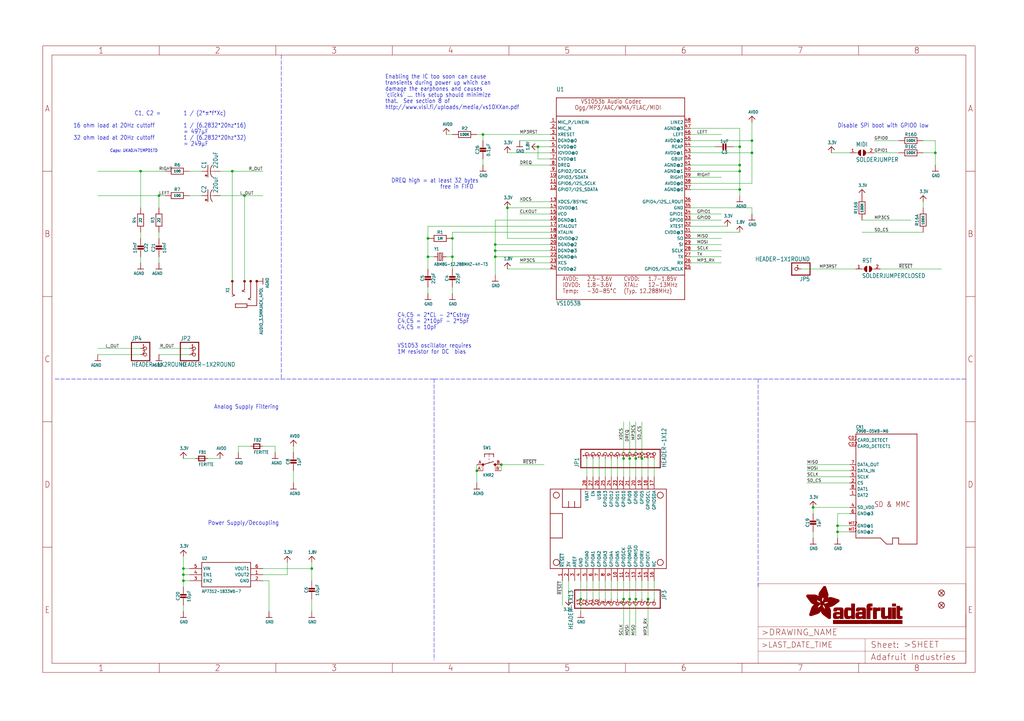
<source format=kicad_sch>
(kicad_sch (version 20211123) (generator eeschema)
  (paper "User" 425.45 299.593)
  (lib_symbols
    (symbol "Adafruit VS1053 Headphone FeatherWing-eagle-import:1.8V" (power)
      (property "Value" "1.8V" (at -1.524 1.016 0))
      (symbol "1.8V_1_0"
        (pin power_in line (at 0 -2.54 90) (length 2.54) (name "1.8V") (number "1"))
      )
    )
    (symbol "Adafruit VS1053 Headphone FeatherWing-eagle-import:3.3V" (power)
      (property "Value" "3.3V" (at -1.524 1.016 0))
      (symbol "3.3V_1_0"
        (pin power_in line (at 0 -2.54 90) (length 2.54) (name "3.3V") (number "1"))
      )
    )
    (symbol "Adafruit VS1053 Headphone FeatherWing-eagle-import:AGND" (power)
      (property "Value" "AGND" (at -1.524 -2.54 0))
      (symbol "AGND_1_0"
        (pin power_in line (at 0 2.54 270) (length 2.54) (name "AGND") (number "1"))
      )
    )
    (symbol "Adafruit VS1053 Headphone FeatherWing-eagle-import:AUDIO_3.5MMJACK_4POL"
      (property "Reference" "X" (at 2.54 6.35 0))
      (property "Value" "AUDIO_3.5MMJACK_4POL" (at 2.54 -7.62 0))
      (symbol "AUDIO_3.5MMJACK_4POL_1_0"
        (pin passive line (at 5.08 -5.08 180) (length 0) (name "TIP") (number "1-GND"))
        (pin passive line (at 5.08 0 180) (length 0) (name "RING3") (number "2-TIP"))
        (pin passive line (at 5.08 5.08 180) (length 0) (name "RING2") (number "3-OUTER_SLEEVE"))
        (pin passive line (at 5.08 -2.54 180) (length 0) (name "RING1") (number "4-INNER_SLEEVE"))
      )
    )
    (symbol "Adafruit VS1053 Headphone FeatherWing-eagle-import:AVDD" (power)
      (property "Value" "AVDD" (at -1.524 1.016 0))
      (symbol "AVDD_1_0"
        (pin power_in line (at 0 -2.54 90) (length 2.54) (name "AVDD") (number "1"))
      )
    )
    (symbol "Adafruit VS1053 Headphone FeatherWing-eagle-import:CAP_CERAMIC0603_NO"
      (property "Reference" "C" (at -2.29 1.25 90))
      (property "Value" "CAP_CERAMIC0603_NO" (at 2.3 1.25 90))
      (symbol "CAP_CERAMIC0603_NO_1_0"
        (pin passive line (at 0 5.08 270) (length 2.54) (name "1") (number "1"))
        (pin passive line (at 0 -2.54 90) (length 2.54) (name "2") (number "2"))
      )
    )
    (symbol "Adafruit VS1053 Headphone FeatherWing-eagle-import:CAP_CERAMIC0805-NOOUTLINE"
      (property "Reference" "C" (at -2.29 1.25 90))
      (property "Value" "CAP_CERAMIC0805-NOOUTLINE" (at 2.3 1.25 90))
      (symbol "CAP_CERAMIC0805-NOOUTLINE_1_0"
        (pin passive line (at 0 5.08 270) (length 2.54) (name "1") (number "1"))
        (pin passive line (at 0 -2.54 90) (length 2.54) (name "2") (number "2"))
      )
    )
    (symbol "Adafruit VS1053 Headphone FeatherWing-eagle-import:CAP_CERAMIC_0805MP"
      (property "Reference" "C" (at -2.29 1.25 90))
      (property "Value" "CAP_CERAMIC_0805MP" (at 2.3 1.25 90))
      (symbol "CAP_CERAMIC_0805MP_1_0"
        (pin passive line (at 0 5.08 270) (length 2.54) (name "1") (number "1"))
        (pin passive line (at 0 -2.54 90) (length 2.54) (name "2") (number "2"))
      )
    )
    (symbol "Adafruit VS1053 Headphone FeatherWing-eagle-import:CPOL-USC"
      (property "Reference" "C" (at 1.016 0.635 0))
      (property "Value" "CPOL-USC" (at 1.016 -4.191 0))
      (symbol "CPOL-USC_1_0"
        (pin passive line (at 0 2.54 270) (length 2.54) (name "+") (number "+"))
        (pin passive line (at 0 -5.08 90) (length 2.54) (name "-") (number "-"))
      )
    )
    (symbol "Adafruit VS1053 Headphone FeatherWing-eagle-import:CRYSTAL3.2X2.5"
      (property "Reference" "Y" (at -2.54 2.54 0))
      (property "Value" "CRYSTAL3.2X2.5" (at -2.54 -3.81 0))
      (symbol "CRYSTAL3.2X2.5_1_0"
        (pin passive line (at -2.54 0 0) (length 0) (name "1") (number "1"))
        (pin passive line (at 2.54 0 180) (length 0) (name "2") (number "2"))
      )
    )
    (symbol "Adafruit VS1053 Headphone FeatherWing-eagle-import:FEATHERWING_NODIM"
      (symbol "FEATHERWING_NODIM_1_0"
        (pin input line (at 5.08 -5.08 90) (length 5.08) (name "~{RESET}") (number "1"))
        (pin bidirectional line (at 27.94 -5.08 90) (length 5.08) (name "GPIOA5") (number "10"))
        (pin bidirectional line (at 30.48 -5.08 90) (length 5.08) (name "GPIOSCK") (number "11"))
        (pin bidirectional line (at 33.02 -5.08 90) (length 5.08) (name "GPIOMOSI") (number "12"))
        (pin bidirectional line (at 35.56 -5.08 90) (length 5.08) (name "GPIOMISO") (number "13"))
        (pin bidirectional line (at 38.1 -5.08 90) (length 5.08) (name "GPIORX") (number "14"))
        (pin bidirectional line (at 40.64 -5.08 90) (length 5.08) (name "GPIOTX") (number "15"))
        (pin passive line (at 43.18 -5.08 90) (length 5.08) (name "NC") (number "16"))
        (pin bidirectional line (at 43.18 38.1 270) (length 5.08) (name "GPIOSDA") (number "17"))
        (pin bidirectional line (at 40.64 38.1 270) (length 5.08) (name "GPIOSCL") (number "18"))
        (pin bidirectional line (at 38.1 38.1 270) (length 5.08) (name "GPIO5") (number "19"))
        (pin power_in line (at 7.62 -5.08 90) (length 5.08) (name "3V") (number "2"))
        (pin bidirectional line (at 35.56 38.1 270) (length 5.08) (name "GPIO6") (number "20"))
        (pin bidirectional line (at 33.02 38.1 270) (length 5.08) (name "GPIO9") (number "21"))
        (pin bidirectional line (at 30.48 38.1 270) (length 5.08) (name "GPIO10") (number "22"))
        (pin bidirectional line (at 27.94 38.1 270) (length 5.08) (name "GPIO11") (number "23"))
        (pin bidirectional line (at 25.4 38.1 270) (length 5.08) (name "GPIO12") (number "24"))
        (pin bidirectional line (at 22.86 38.1 270) (length 5.08) (name "GPIO13") (number "25"))
        (pin power_in line (at 20.32 38.1 270) (length 5.08) (name "USB") (number "26"))
        (pin passive line (at 17.78 38.1 270) (length 5.08) (name "EN") (number "27"))
        (pin power_in line (at 15.24 38.1 270) (length 5.08) (name "VBAT") (number "28"))
        (pin passive line (at 10.16 -5.08 90) (length 5.08) (name "AREF") (number "3"))
        (pin power_in line (at 12.7 -5.08 90) (length 5.08) (name "GND") (number "4"))
        (pin bidirectional line (at 15.24 -5.08 90) (length 5.08) (name "GPIOA0") (number "5"))
        (pin bidirectional line (at 17.78 -5.08 90) (length 5.08) (name "GPIOA1") (number "6"))
        (pin bidirectional line (at 20.32 -5.08 90) (length 5.08) (name "GPIOA2") (number "7"))
        (pin bidirectional line (at 22.86 -5.08 90) (length 5.08) (name "GPIOA3") (number "8"))
        (pin bidirectional line (at 25.4 -5.08 90) (length 5.08) (name "GPIOA4") (number "9"))
      )
    )
    (symbol "Adafruit VS1053 Headphone FeatherWing-eagle-import:FERRITE-0805NO"
      (property "Reference" "FB" (at -1.27 1.905 0))
      (property "Value" "FERRITE-0805NO" (at -1.27 -3.175 0))
      (symbol "FERRITE-0805NO_1_0"
        (pin passive line (at -2.54 0 0) (length 2.54) (name "P$1") (number "1"))
        (pin passive line (at 2.54 0 180) (length 2.54) (name "P$2") (number "2"))
      )
    )
    (symbol "Adafruit VS1053 Headphone FeatherWing-eagle-import:FIDUCIAL{dblquote}{dblquote}")
    (symbol "Adafruit VS1053 Headphone FeatherWing-eagle-import:FRAME_A3_ADAFRUIT"
      (symbol "FRAME_A3_ADAFRUIT_0_0"
        (text "1" (at 24.2094 1.905 0) (effects (font (size 2.54 2.286))))
        (text "1" (at 24.2094 258.445 0) (effects (font (size 2.54 2.286))))
        (text "2" (at 72.6281 1.905 0) (effects (font (size 2.54 2.286))))
        (text "2" (at 72.6281 258.445 0) (effects (font (size 2.54 2.286))))
        (text "3" (at 121.0469 1.905 0) (effects (font (size 2.54 2.286))))
        (text "3" (at 121.0469 258.445 0) (effects (font (size 2.54 2.286))))
        (text "4" (at 169.4656 1.905 0) (effects (font (size 2.54 2.286))))
        (text "4" (at 169.4656 258.445 0) (effects (font (size 2.54 2.286))))
        (text "5" (at 217.8844 1.905 0) (effects (font (size 2.54 2.286))))
        (text "5" (at 217.8844 258.445 0) (effects (font (size 2.54 2.286))))
        (text "6" (at 266.3031 1.905 0) (effects (font (size 2.54 2.286))))
        (text "6" (at 266.3031 258.445 0) (effects (font (size 2.54 2.286))))
        (text "7" (at 314.7219 1.905 0) (effects (font (size 2.54 2.286))))
        (text "7" (at 314.7219 258.445 0) (effects (font (size 2.54 2.286))))
        (text "8" (at 363.1406 1.905 0) (effects (font (size 2.54 2.286))))
        (text "8" (at 363.1406 258.445 0) (effects (font (size 2.54 2.286))))
        (text "A" (at 1.905 234.315 0) (effects (font (size 2.54 2.286))))
        (text "A" (at 385.445 234.315 0) (effects (font (size 2.54 2.286))))
        (text "B" (at 1.905 182.245 0) (effects (font (size 2.54 2.286))))
        (text "B" (at 385.445 182.245 0) (effects (font (size 2.54 2.286))))
        (text "C" (at 1.905 130.175 0) (effects (font (size 2.54 2.286))))
        (text "C" (at 385.445 130.175 0) (effects (font (size 2.54 2.286))))
        (text "D" (at 1.905 78.105 0) (effects (font (size 2.54 2.286))))
        (text "D" (at 385.445 78.105 0) (effects (font (size 2.54 2.286))))
        (text "E" (at 1.905 26.035 0) (effects (font (size 2.54 2.286))))
        (text "E" (at 385.445 26.035 0) (effects (font (size 2.54 2.286))))
      )
      (symbol "FRAME_A3_ADAFRUIT_1_0"
        (text ">DRAWING_NAME" (at 298.45 15.24 0) (effects (font (size 2.54 2.54)) (justify left bottom)))
        (text ">LAST_DATE_TIME" (at 298.45 10.16 0) (effects (font (size 2.286 2.286)) (justify left bottom)))
        (text ">SHEET" (at 357.505 10.16 0) (effects (font (size 2.54 2.54)) (justify left bottom)))
        (text "Adafruit Industries" (at 343.916 4.953 0) (effects (font (size 2.54 2.54)) (justify left bottom)))
        (text "Sheet:" (at 343.916 10.033 0) (effects (font (size 2.54 2.54)) (justify left bottom)))
      )
    )
    (symbol "Adafruit VS1053 Headphone FeatherWing-eagle-import:GND" (power)
      (property "Value" "GND" (at -1.524 -2.54 0))
      (symbol "GND_1_0"
        (pin power_in line (at 0 2.54 270) (length 2.54) (name "GND") (number "1"))
      )
    )
    (symbol "Adafruit VS1053 Headphone FeatherWing-eagle-import:HEADER-1X12"
      (property "Reference" "JP" (at -6.35 18.415 0))
      (property "Value" "HEADER-1X12" (at -6.35 -17.78 0))
      (symbol "HEADER-1X12_1_0"
        (pin passive inverted (at -2.54 15.24 0) (length 2.54) (name "1") (number "1"))
        (pin passive inverted (at -2.54 -7.62 0) (length 2.54) (name "10") (number "10"))
        (pin passive inverted (at -2.54 -10.16 0) (length 2.54) (name "11") (number "11"))
        (pin passive inverted (at -2.54 -12.7 0) (length 2.54) (name "12") (number "12"))
        (pin passive inverted (at -2.54 12.7 0) (length 2.54) (name "2") (number "2"))
        (pin passive inverted (at -2.54 10.16 0) (length 2.54) (name "3") (number "3"))
        (pin passive inverted (at -2.54 7.62 0) (length 2.54) (name "4") (number "4"))
        (pin passive inverted (at -2.54 5.08 0) (length 2.54) (name "5") (number "5"))
        (pin passive inverted (at -2.54 2.54 0) (length 2.54) (name "6") (number "6"))
        (pin passive inverted (at -2.54 0 0) (length 2.54) (name "7") (number "7"))
        (pin passive inverted (at -2.54 -2.54 0) (length 2.54) (name "8") (number "8"))
        (pin passive inverted (at -2.54 -5.08 0) (length 2.54) (name "9") (number "9"))
      )
    )
    (symbol "Adafruit VS1053 Headphone FeatherWing-eagle-import:HEADER-1X13"
      (property "Reference" "JP" (at -6.35 18.415 0))
      (property "Value" "HEADER-1X13" (at -6.35 -20.32 0))
      (symbol "HEADER-1X13_1_0"
        (pin passive inverted (at -2.54 15.24 0) (length 2.54) (name "1") (number "1"))
        (pin passive inverted (at -2.54 -7.62 0) (length 2.54) (name "10") (number "10"))
        (pin passive inverted (at -2.54 -10.16 0) (length 2.54) (name "11") (number "11"))
        (pin passive inverted (at -2.54 -12.7 0) (length 2.54) (name "12") (number "12"))
        (pin passive inverted (at -2.54 -15.24 0) (length 2.54) (name "13") (number "13"))
        (pin passive inverted (at -2.54 12.7 0) (length 2.54) (name "2") (number "2"))
        (pin passive inverted (at -2.54 10.16 0) (length 2.54) (name "3") (number "3"))
        (pin passive inverted (at -2.54 7.62 0) (length 2.54) (name "4") (number "4"))
        (pin passive inverted (at -2.54 5.08 0) (length 2.54) (name "5") (number "5"))
        (pin passive inverted (at -2.54 2.54 0) (length 2.54) (name "6") (number "6"))
        (pin passive inverted (at -2.54 0 0) (length 2.54) (name "7") (number "7"))
        (pin passive inverted (at -2.54 -2.54 0) (length 2.54) (name "8") (number "8"))
        (pin passive inverted (at -2.54 -5.08 0) (length 2.54) (name "9") (number "9"))
      )
    )
    (symbol "Adafruit VS1053 Headphone FeatherWing-eagle-import:HEADER-1X1ROUND"
      (property "Reference" "JP" (at -6.35 3.175 0))
      (property "Value" "HEADER-1X1ROUND" (at -6.35 -5.08 0))
      (symbol "HEADER-1X1ROUND_1_0"
        (pin passive inverted (at -2.54 0 0) (length 2.54) (name "1") (number "1"))
      )
    )
    (symbol "Adafruit VS1053 Headphone FeatherWing-eagle-import:HEADER-1X2ROUND"
      (property "Reference" "JP" (at -6.35 5.715 0))
      (property "Value" "HEADER-1X2ROUND" (at -6.35 -5.08 0))
      (symbol "HEADER-1X2ROUND_1_0"
        (pin passive inverted (at -2.54 2.54 0) (length 2.54) (name "1") (number "1"))
        (pin passive inverted (at -2.54 0 0) (length 2.54) (name "2") (number "2"))
      )
    )
    (symbol "Adafruit VS1053 Headphone FeatherWing-eagle-import:MICROSD"
      (property "Reference" "X" (at -12.7 22.606 0))
      (property "Value" "MICROSD" (at -12.7 20.828 0))
      (symbol "MICROSD_1_0"
        (text "SD & MMC" (at -5.08 -10.16 0) (effects (font (size 2.1844 1.8567)) (justify left bottom)))
        (pin bidirectional line (at -15.24 -5.08 0) (length 2.54) (name "DAT2") (number "1"))
        (pin input line (at -15.24 0 0) (length 2.54) (name "CS") (number "2"))
        (pin input line (at -15.24 5.08 0) (length 2.54) (name "DATA_IN") (number "3"))
        (pin power_in line (at -15.24 -10.16 0) (length 2.54) (name "SD_VDD") (number "4"))
        (pin input line (at -15.24 2.54 0) (length 2.54) (name "SCLK") (number "5"))
        (pin power_in line (at -15.24 -12.7 0) (length 2.54) (name "GND@3") (number "6"))
        (pin output line (at -15.24 7.62 0) (length 2.54) (name "DATA_OUT") (number "7"))
        (pin bidirectional line (at -15.24 -2.54 0) (length 2.54) (name "DAT1") (number "8"))
        (pin passive line (at -15.24 17.78 0) (length 2.54) (name "CARD_DETECT") (number "CD1"))
        (pin passive line (at -15.24 15.24 0) (length 2.54) (name "CARD_DETECT1") (number "CD2"))
        (pin power_in line (at -15.24 -20.32 0) (length 2.54) (name "GND@2") (number "MT1"))
        (pin power_in line (at -15.24 -17.78 0) (length 2.54) (name "GND@1") (number "MT2"))
      )
    )
    (symbol "Adafruit VS1053 Headphone FeatherWing-eagle-import:RESISTOR_0603_NOOUT"
      (property "Reference" "R" (at 0 2.54 0))
      (property "Value" "RESISTOR_0603_NOOUT" (at 0 0 0))
      (symbol "RESISTOR_0603_NOOUT_1_0"
        (pin passive line (at -5.08 0 0) (length 2.54) (name "1") (number "1"))
        (pin passive line (at 5.08 0 180) (length 2.54) (name "2") (number "2"))
      )
    )
    (symbol "Adafruit VS1053 Headphone FeatherWing-eagle-import:RESISTOR_4PACK"
      (property "Reference" "R" (at 0 2.54 0))
      (property "Value" "RESISTOR_4PACK" (at 0 0 0))
      (symbol "RESISTOR_4PACK_1_0"
        (pin passive line (at -5.08 0 0) (length 2.54) (name "1") (number "1"))
        (pin passive line (at 5.08 0 180) (length 2.54) (name "2") (number "8"))
      )
      (symbol "RESISTOR_4PACK_2_0"
        (pin passive line (at -5.08 0 0) (length 2.54) (name "1") (number "2"))
        (pin passive line (at 5.08 0 180) (length 2.54) (name "2") (number "7"))
      )
      (symbol "RESISTOR_4PACK_3_0"
        (pin passive line (at -5.08 0 0) (length 2.54) (name "1") (number "3"))
        (pin passive line (at 5.08 0 180) (length 2.54) (name "2") (number "6"))
      )
      (symbol "RESISTOR_4PACK_4_0"
        (pin passive line (at -5.08 0 0) (length 2.54) (name "1") (number "4"))
        (pin passive line (at 5.08 0 180) (length 2.54) (name "2") (number "5"))
      )
    )
    (symbol "Adafruit VS1053 Headphone FeatherWing-eagle-import:SOLDERJUMPER"
      (property "Reference" "SJ" (at -2.54 2.54 0))
      (property "Value" "SOLDERJUMPER" (at -2.54 -3.81 0))
      (symbol "SOLDERJUMPER_1_0"
        (pin passive line (at -5.08 0 0) (length 2.54) (name "1") (number "1"))
        (pin passive line (at 5.08 0 180) (length 2.54) (name "2") (number "2"))
      )
    )
    (symbol "Adafruit VS1053 Headphone FeatherWing-eagle-import:SOLDERJUMPERCLOSED"
      (property "Reference" "SJ" (at -2.54 2.54 0))
      (property "Value" "SOLDERJUMPERCLOSED" (at -2.54 -3.81 0))
      (symbol "SOLDERJUMPERCLOSED_1_0"
        (pin passive line (at -5.08 0 0) (length 2.54) (name "1") (number "1"))
        (pin passive line (at 5.08 0 180) (length 2.54) (name "2") (number "2"))
      )
    )
    (symbol "Adafruit VS1053 Headphone FeatherWing-eagle-import:SWITCH_TACT_SMT4.6X2.8"
      (property "Reference" "SW" (at -2.54 6.35 0))
      (property "Value" "SWITCH_TACT_SMT4.6X2.8" (at -2.54 -5.08 0))
      (symbol "SWITCH_TACT_SMT4.6X2.8_1_0"
        (pin passive line (at -5.08 0 0) (length 2.54) (name "P") (number "A"))
        (pin passive line (at -5.08 -2.54 0) (length 2.54) (name "P1") (number "A'"))
        (pin passive line (at 5.08 0 180) (length 2.54) (name "S") (number "B"))
        (pin passive line (at 5.08 -2.54 180) (length 2.54) (name "S1") (number "B'"))
      )
    )
    (symbol "Adafruit VS1053 Headphone FeatherWing-eagle-import:VREG_SOT23-6_DUALAP7312"
      (property "Reference" "U" (at -10.16 6.096 0))
      (property "Value" "VREG_SOT23-6_DUALAP7312" (at -10.16 -7.62 0))
      (symbol "VREG_SOT23-6_DUALAP7312_1_0"
        (pin bidirectional line (at 15.24 0 180) (length 5.08) (name "VOUT2") (number "1"))
        (pin bidirectional line (at 15.24 -2.54 180) (length 5.08) (name "GND") (number "2"))
        (pin bidirectional line (at -15.24 -2.54 0) (length 5.08) (name "EN2") (number "3"))
        (pin bidirectional line (at -15.24 0 0) (length 5.08) (name "EN1") (number "4"))
        (pin bidirectional line (at -15.24 2.54 0) (length 5.08) (name "VIN") (number "5"))
        (pin bidirectional line (at 15.24 2.54 180) (length 5.08) (name "VOUT1") (number "6"))
      )
    )
    (symbol "Adafruit VS1053 Headphone FeatherWing-eagle-import:VS1053B"
      (property "Reference" "U" (at -25.4 43.18 0))
      (property "Value" "VS1053B" (at -25.4 -45.72 0))
      (symbol "VS1053B_1_0"
        (text "(Typ. 12.288MHz)" (at 2.54 -40.64 0) (effects (font (size 1.778 1.5113)) (justify left bottom)))
        (text "-30-85°C" (at -12.7 -40.64 0) (effects (font (size 1.778 1.5113)) (justify left bottom)))
        (text "1.7-1.85V" (at 12.7 -35.56 0) (effects (font (size 1.778 1.5113)) (justify left bottom)))
        (text "1.8-3.6V" (at -12.7 -38.1 0) (effects (font (size 1.778 1.5113)) (justify left bottom)))
        (text "12-13MHz" (at 12.7 -38.1 0) (effects (font (size 1.778 1.5113)) (justify left bottom)))
        (text "2.5-3.6V" (at -12.7 -35.56 0) (effects (font (size 1.778 1.5113)) (justify left bottom)))
        (text "AVDD:" (at -22.86 -35.56 0) (effects (font (size 1.778 1.5113)) (justify left bottom)))
        (text "CVDD:" (at 2.54 -35.56 0) (effects (font (size 1.778 1.5113)) (justify left bottom)))
        (text "IOVDD:" (at -22.86 -38.1 0) (effects (font (size 1.778 1.5113)) (justify left bottom)))
        (text "Ogg/MP3/AAC/WMA/FLAC/MIDI" (at -17.78 35.56 0) (effects (font (size 1.778 1.5113)) (justify left bottom)))
        (text "Temp:" (at -22.86 -40.64 0) (effects (font (size 1.778 1.5113)) (justify left bottom)))
        (text "VS1053b Audio Codec" (at -15.24 38.1 0) (effects (font (size 1.778 1.5113)) (justify left bottom)))
        (text "XTAL:" (at 2.54 -38.1 0) (effects (font (size 1.778 1.5113)) (justify left bottom)))
        (pin bidirectional line (at -27.94 30.48 0) (length 2.54) (name "MIC_P/LINEIN") (number "1"))
        (pin bidirectional line (at -27.94 7.62 0) (length 2.54) (name "GPIO3/SDATA") (number "10"))
        (pin bidirectional line (at -27.94 5.08 0) (length 2.54) (name "GPIO6/I2S_SCLK") (number "11"))
        (pin bidirectional line (at -27.94 2.54 0) (length 2.54) (name "GPIO7/I2S_SDATA") (number "12"))
        (pin bidirectional line (at -27.94 -2.54 0) (length 2.54) (name "XDCS/BSYNC") (number "13"))
        (pin power_in line (at -27.94 -5.08 0) (length 2.54) (name "IOVDD@1") (number "14"))
        (pin bidirectional line (at -27.94 -7.62 0) (length 2.54) (name "VCO") (number "15"))
        (pin power_in line (at -27.94 -10.16 0) (length 2.54) (name "DGND@1") (number "16"))
        (pin output line (at -27.94 -12.7 0) (length 2.54) (name "XTALOUT") (number "17"))
        (pin input line (at -27.94 -15.24 0) (length 2.54) (name "XTALIN") (number "18"))
        (pin power_in line (at -27.94 -17.78 0) (length 2.54) (name "IOVDD@2") (number "19"))
        (pin bidirectional line (at -27.94 27.94 0) (length 2.54) (name "MIC_N") (number "2"))
        (pin power_in line (at -27.94 -20.32 0) (length 2.54) (name "DGND@2") (number "20"))
        (pin power_in line (at -27.94 -22.86 0) (length 2.54) (name "DGND@3") (number "21"))
        (pin power_in line (at -27.94 -25.4 0) (length 2.54) (name "DGND@4") (number "22"))
        (pin bidirectional line (at -27.94 -27.94 0) (length 2.54) (name "XCS") (number "23"))
        (pin power_in line (at -27.94 -30.48 0) (length 2.54) (name "CVDD@2") (number "24"))
        (pin bidirectional line (at 30.48 -30.48 180) (length 2.54) (name "GPIO5/I2S_MCLK") (number "25"))
        (pin bidirectional line (at 30.48 -27.94 180) (length 2.54) (name "RX") (number "26"))
        (pin bidirectional line (at 30.48 -25.4 180) (length 2.54) (name "TX") (number "27"))
        (pin bidirectional line (at 30.48 -22.86 180) (length 2.54) (name "SCLK") (number "28"))
        (pin bidirectional line (at 30.48 -20.32 180) (length 2.54) (name "SI") (number "29"))
        (pin bidirectional line (at -27.94 25.4 0) (length 2.54) (name "XRESET") (number "3"))
        (pin bidirectional line (at 30.48 -17.78 180) (length 2.54) (name "SO") (number "30"))
        (pin power_in line (at 30.48 -15.24 180) (length 2.54) (name "CVDD@3") (number "31"))
        (pin bidirectional line (at 30.48 -12.7 180) (length 2.54) (name "XTEST") (number "32"))
        (pin bidirectional line (at 30.48 -10.16 180) (length 2.54) (name "GPIO0") (number "33"))
        (pin bidirectional line (at 30.48 -7.62 180) (length 2.54) (name "GPIO1") (number "34"))
        (pin power_in line (at 30.48 -5.08 180) (length 2.54) (name "GND") (number "35"))
        (pin bidirectional line (at 30.48 -2.54 180) (length 2.54) (name "GPIO4/I2S_LROUT") (number "36"))
        (pin power_in line (at 30.48 2.54 180) (length 2.54) (name "AGND@0") (number "37"))
        (pin power_in line (at 30.48 5.08 180) (length 2.54) (name "AVDD@0") (number "38"))
        (pin bidirectional line (at 30.48 7.62 180) (length 2.54) (name "RIGHT") (number "39"))
        (pin power_in line (at -27.94 22.86 0) (length 2.54) (name "DGND@0") (number "4"))
        (pin power_in line (at 30.48 10.16 180) (length 2.54) (name "AGND@1") (number "40"))
        (pin power_in line (at 30.48 12.7 180) (length 2.54) (name "AGND@2") (number "41"))
        (pin bidirectional line (at 30.48 15.24 180) (length 2.54) (name "GBUF") (number "42"))
        (pin power_in line (at 30.48 17.78 180) (length 2.54) (name "AVDD@1") (number "43"))
        (pin bidirectional line (at 30.48 20.32 180) (length 2.54) (name "RCAP") (number "44"))
        (pin power_in line (at 30.48 22.86 180) (length 2.54) (name "AVDD@2") (number "45"))
        (pin bidirectional line (at 30.48 25.4 180) (length 2.54) (name "LEFT") (number "46"))
        (pin power_in line (at 30.48 27.94 180) (length 2.54) (name "AGND@3") (number "47"))
        (pin bidirectional line (at 30.48 30.48 180) (length 2.54) (name "LINE2") (number "48"))
        (pin power_in line (at -27.94 20.32 0) (length 2.54) (name "CVDD@0") (number "5"))
        (pin power_in line (at -27.94 17.78 0) (length 2.54) (name "IOVDD@0") (number "6"))
        (pin power_in line (at -27.94 15.24 0) (length 2.54) (name "CVDD@1") (number "7"))
        (pin bidirectional line (at -27.94 12.7 0) (length 2.54) (name "DREQ") (number "8"))
        (pin bidirectional line (at -27.94 10.16 0) (length 2.54) (name "GPIO2/DCLK") (number "9"))
      )
    )
  )
  (junction (at 208.28 193.04))
  (junction (at 177.8 99.06))
  (junction (at 177.8 106.68))
  (junction (at 269.24 248.92))
  (junction (at 187.96 106.68))
  (junction (at 307.34 60.96))
  (junction (at 307.34 78.74))
  (junction (at 76.2 241.3))
  (junction (at 307.34 71.12))
  (junction (at 129.54 236.22))
  (junction (at 266.7 190.5))
  (junction (at 347.98 218.44))
  (junction (at 264.16 190.5))
  (junction (at 66.04 81.28))
  (junction (at 241.3 248.92))
  (junction (at 96.52 71.12))
  (junction (at 205.74 104.14))
  (junction (at 312.42 58.42))
  (junction (at 210.82 86.36))
  (junction (at 58.42 71.12))
  (junction (at 388.62 63.5))
  (junction (at 205.74 106.68))
  (junction (at 264.16 248.92))
  (junction (at 76.2 238.76))
  (junction (at 312.42 63.5))
  (junction (at 347.98 220.98))
  (junction (at 198.12 195.58))
  (junction (at 205.74 101.6))
  (junction (at 223.52 60.96))
  (junction (at 76.2 236.22))
  (junction (at 261.62 190.5))
  (junction (at 101.6 81.28))
  (junction (at 259.08 248.92))
  (junction (at 307.34 68.58))
  (junction (at 200.66 55.88))
  (junction (at 259.08 190.5))
  (junction (at 187.96 99.06))
  (junction (at 337.82 210.82))
  (junction (at 261.62 248.92))
  (wire (pts (xy 66.04 106.68) (xy 66.04 109.22)))
  (wire (pts (xy 187.96 96.52) (xy 187.96 99.06)))
  (wire (pts (xy 254 248.92) (xy 254 241.3)))
  (wire (pts (xy 129.54 236.22) (xy 129.54 241.3)))
  (polyline (pts (xy 116.84 22.86) (xy 116.84 157.48)))
  (wire (pts (xy 187.96 119.38) (xy 187.96 121.92)))
  (wire (pts (xy 205.74 91.44) (xy 205.74 101.6)))
  (wire (pts (xy 363.22 63.5) (xy 373.38 63.5)))
  (wire (pts (xy 307.34 68.58) (xy 307.34 71.12)))
  (wire (pts (xy 101.6 116.84) (xy 101.6 81.28)))
  (wire (pts (xy 205.74 104.14) (xy 205.74 106.68)))
  (wire (pts (xy 353.06 193.04) (xy 335.28 193.04)))
  (wire (pts (xy 236.22 248.92) (xy 236.22 241.3)))
  (wire (pts (xy 58.42 144.78) (xy 40.64 144.78)))
  (wire (pts (xy 287.02 71.12) (xy 307.34 71.12)))
  (wire (pts (xy 228.6 58.42) (xy 215.9 58.42)))
  (wire (pts (xy 99.06 185.42) (xy 104.14 185.42)))
  (wire (pts (xy 187.96 55.88) (xy 185.42 55.88)))
  (wire (pts (xy 241.3 254) (xy 241.3 248.92)))
  (wire (pts (xy 198.12 193.04) (xy 198.12 195.58)))
  (wire (pts (xy 78.74 241.3) (xy 76.2 241.3)))
  (wire (pts (xy 287.02 88.9) (xy 299.72 88.9)))
  (wire (pts (xy 109.22 236.22) (xy 129.54 236.22)))
  (wire (pts (xy 200.66 55.88) (xy 200.66 58.42)))
  (wire (pts (xy 287.02 76.2) (xy 312.42 76.2)))
  (wire (pts (xy 129.54 236.22) (xy 129.54 233.68)))
  (wire (pts (xy 287.02 78.74) (xy 307.34 78.74)))
  (wire (pts (xy 109.22 238.76) (xy 119.38 238.76)))
  (wire (pts (xy 254 190.5) (xy 254 198.12)))
  (wire (pts (xy 129.54 248.92) (xy 129.54 254)))
  (wire (pts (xy 269.24 190.5) (xy 269.24 198.12)))
  (wire (pts (xy 121.92 195.58) (xy 121.92 200.66)))
  (wire (pts (xy 307.34 60.96) (xy 307.34 68.58)))
  (wire (pts (xy 287.02 55.88) (xy 299.72 55.88)))
  (wire (pts (xy 261.62 175.26) (xy 261.62 190.5)))
  (wire (pts (xy 228.6 111.76) (xy 210.82 111.76)))
  (wire (pts (xy 266.7 190.5) (xy 266.7 198.12)))
  (wire (pts (xy 264.16 190.5) (xy 264.16 198.12)))
  (wire (pts (xy 109.22 185.42) (xy 114.3 185.42)))
  (wire (pts (xy 66.04 96.52) (xy 66.04 99.06)))
  (wire (pts (xy 121.92 185.42) (xy 121.92 187.96)))
  (wire (pts (xy 383.54 86.36) (xy 383.54 83.82)))
  (wire (pts (xy 76.2 251.46) (xy 76.2 254)))
  (wire (pts (xy 109.22 241.3) (xy 111.76 241.3)))
  (wire (pts (xy 353.06 200.66) (xy 335.28 200.66)))
  (wire (pts (xy 287.02 93.98) (xy 302.26 93.98)))
  (wire (pts (xy 205.74 101.6) (xy 205.74 104.14)))
  (wire (pts (xy 287.02 96.52) (xy 307.34 96.52)))
  (wire (pts (xy 383.54 96.52) (xy 358.14 96.52)))
  (wire (pts (xy 177.8 93.98) (xy 177.8 99.06)))
  (wire (pts (xy 307.34 78.74) (xy 307.34 81.28)))
  (wire (pts (xy 228.6 99.06) (xy 210.82 99.06)))
  (wire (pts (xy 353.06 210.82) (xy 337.82 210.82)))
  (wire (pts (xy 264.16 248.92) (xy 264.16 264.16)))
  (wire (pts (xy 312.42 58.42) (xy 312.42 63.5)))
  (wire (pts (xy 78.74 144.78) (xy 66.04 144.78)))
  (wire (pts (xy 287.02 106.68) (xy 299.72 106.68)))
  (wire (pts (xy 228.6 68.58) (xy 215.9 68.58)))
  (wire (pts (xy 337.82 210.82) (xy 337.82 213.36)))
  (wire (pts (xy 233.68 241.3) (xy 233.68 251.46)))
  (wire (pts (xy 353.06 195.58) (xy 335.28 195.58)))
  (wire (pts (xy 353.06 220.98) (xy 347.98 220.98)))
  (wire (pts (xy 287.02 53.34) (xy 307.34 53.34)))
  (wire (pts (xy 365.76 111.76) (xy 391.16 111.76)))
  (wire (pts (xy 228.6 86.36) (xy 210.82 86.36)))
  (wire (pts (xy 180.34 106.68) (xy 177.8 106.68)))
  (wire (pts (xy 347.98 213.36) (xy 347.98 218.44)))
  (wire (pts (xy 337.82 220.98) (xy 337.82 223.52)))
  (wire (pts (xy 264.16 190.5) (xy 264.16 175.26)))
  (wire (pts (xy 177.8 106.68) (xy 177.8 111.76)))
  (wire (pts (xy 177.8 99.06) (xy 177.8 106.68)))
  (wire (pts (xy 200.66 55.88) (xy 198.12 55.88)))
  (wire (pts (xy 307.34 71.12) (xy 307.34 78.74)))
  (wire (pts (xy 91.44 71.12) (xy 96.52 71.12)))
  (wire (pts (xy 287.02 63.5) (xy 312.42 63.5)))
  (wire (pts (xy 198.12 195.58) (xy 198.12 200.66)))
  (polyline (pts (xy 314.96 157.48) (xy 401.32 157.48)))
  (wire (pts (xy 243.84 248.92) (xy 243.84 241.3)))
  (wire (pts (xy 287.02 99.06) (xy 299.72 99.06)))
  (wire (pts (xy 363.22 58.42) (xy 373.38 58.42)))
  (wire (pts (xy 228.6 55.88) (xy 200.66 55.88)))
  (wire (pts (xy 223.52 66.04) (xy 223.52 60.96)))
  (wire (pts (xy 388.62 63.5) (xy 388.62 68.58)))
  (wire (pts (xy 66.04 81.28) (xy 40.64 81.28)))
  (wire (pts (xy 264.16 248.92) (xy 264.16 241.3)))
  (wire (pts (xy 246.38 248.92) (xy 246.38 241.3)))
  (wire (pts (xy 228.6 91.44) (xy 205.74 91.44)))
  (wire (pts (xy 228.6 93.98) (xy 177.8 93.98)))
  (polyline (pts (xy 314.96 157.48) (xy 314.96 243.84)))
  (wire (pts (xy 259.08 190.5) (xy 259.08 175.26)))
  (wire (pts (xy 228.6 83.82) (xy 215.9 83.82)))
  (wire (pts (xy 304.8 60.96) (xy 307.34 60.96)))
  (wire (pts (xy 208.28 193.04) (xy 226.06 193.04)))
  (wire (pts (xy 243.84 190.5) (xy 243.84 198.12)))
  (wire (pts (xy 228.6 106.68) (xy 205.74 106.68)))
  (wire (pts (xy 261.62 248.92) (xy 261.62 241.3)))
  (wire (pts (xy 177.8 119.38) (xy 177.8 121.92)))
  (wire (pts (xy 91.44 81.28) (xy 101.6 81.28)))
  (wire (pts (xy 259.08 190.5) (xy 259.08 198.12)))
  (wire (pts (xy 353.06 213.36) (xy 347.98 213.36)))
  (wire (pts (xy 271.78 248.92) (xy 271.78 241.3)))
  (wire (pts (xy 40.64 147.32) (xy 58.42 147.32)))
  (wire (pts (xy 287.02 86.36) (xy 312.42 86.36)))
  (wire (pts (xy 76.2 241.3) (xy 76.2 243.84)))
  (wire (pts (xy 269.24 248.92) (xy 269.24 264.16)))
  (wire (pts (xy 228.6 109.22) (xy 215.9 109.22)))
  (wire (pts (xy 241.3 248.92) (xy 241.3 241.3)))
  (wire (pts (xy 76.2 190.5) (xy 81.28 190.5)))
  (wire (pts (xy 287.02 101.6) (xy 299.72 101.6)))
  (wire (pts (xy 256.54 248.92) (xy 256.54 241.3)))
  (wire (pts (xy 111.76 241.3) (xy 111.76 254)))
  (wire (pts (xy 347.98 220.98) (xy 347.98 223.52)))
  (wire (pts (xy 287.02 109.22) (xy 299.72 109.22)))
  (wire (pts (xy 119.38 238.76) (xy 119.38 233.68)))
  (wire (pts (xy 78.74 236.22) (xy 76.2 236.22)))
  (wire (pts (xy 251.46 248.92) (xy 251.46 241.3)))
  (wire (pts (xy 228.6 104.14) (xy 205.74 104.14)))
  (wire (pts (xy 287.02 73.66) (xy 299.72 73.66)))
  (wire (pts (xy 76.2 236.22) (xy 76.2 231.14)))
  (wire (pts (xy 312.42 63.5) (xy 312.42 76.2)))
  (wire (pts (xy 355.6 111.76) (xy 332.74 111.76)))
  (wire (pts (xy 307.34 53.34) (xy 307.34 60.96)))
  (wire (pts (xy 312.42 86.36) (xy 312.42 88.9)))
  (wire (pts (xy 248.92 248.92) (xy 248.92 241.3)))
  (wire (pts (xy 228.6 60.96) (xy 223.52 60.96)))
  (wire (pts (xy 269.24 248.92) (xy 269.24 241.3)))
  (wire (pts (xy 66.04 147.32) (xy 78.74 147.32)))
  (wire (pts (xy 287.02 91.44) (xy 299.72 91.44)))
  (wire (pts (xy 261.62 190.5) (xy 261.62 198.12)))
  (wire (pts (xy 58.42 96.52) (xy 58.42 99.06)))
  (wire (pts (xy 76.2 238.76) (xy 76.2 236.22)))
  (wire (pts (xy 208.28 193.04) (xy 208.28 195.58)))
  (wire (pts (xy 58.42 106.68) (xy 58.42 109.22)))
  (wire (pts (xy 287.02 58.42) (xy 312.42 58.42)))
  (wire (pts (xy 58.42 71.12) (xy 58.42 86.36)))
  (wire (pts (xy 185.42 106.68) (xy 187.96 106.68)))
  (polyline (pts (xy 22.86 157.48) (xy 116.84 157.48)))
  (wire (pts (xy 205.74 106.68) (xy 205.74 114.3)))
  (wire (pts (xy 228.6 101.6) (xy 205.74 101.6)))
  (wire (pts (xy 347.98 218.44) (xy 347.98 220.98)))
  (wire (pts (xy 58.42 71.12) (xy 40.64 71.12)))
  (wire (pts (xy 353.06 218.44) (xy 347.98 218.44)))
  (wire (pts (xy 287.02 68.58) (xy 307.34 68.58)))
  (wire (pts (xy 271.78 190.5) (xy 271.78 198.12)))
  (wire (pts (xy 383.54 58.42) (xy 388.62 58.42)))
  (wire (pts (xy 266.7 248.92) (xy 266.7 241.3)))
  (wire (pts (xy 228.6 66.04) (xy 223.52 66.04)))
  (wire (pts (xy 312.42 50.8) (xy 312.42 58.42)))
  (wire (pts (xy 86.36 190.5) (xy 91.44 190.5)))
  (wire (pts (xy 210.82 99.06) (xy 210.82 86.36)))
  (wire (pts (xy 287.02 104.14) (xy 299.72 104.14)))
  (wire (pts (xy 99.06 187.96) (xy 99.06 185.42)))
  (wire (pts (xy 228.6 88.9) (xy 215.9 88.9)))
  (wire (pts (xy 101.6 81.28) (xy 109.22 81.28)))
  (wire (pts (xy 259.08 248.92) (xy 259.08 264.16)))
  (wire (pts (xy 228.6 96.52) (xy 187.96 96.52)))
  (wire (pts (xy 114.3 185.42) (xy 114.3 187.96)))
  (polyline (pts (xy 180.34 157.48) (xy 180.34 274.32)))
  (wire (pts (xy 246.38 190.5) (xy 246.38 198.12)))
  (wire (pts (xy 256.54 190.5) (xy 256.54 198.12)))
  (wire (pts (xy 68.58 71.12) (xy 58.42 71.12)))
  (polyline (pts (xy 180.34 157.48) (xy 314.96 157.48)))
  (wire (pts (xy 251.46 190.5) (xy 251.46 198.12)))
  (wire (pts (xy 259.08 248.92) (xy 259.08 241.3)))
  (wire (pts (xy 266.7 190.5) (xy 266.7 175.26)))
  (wire (pts (xy 68.58 81.28) (xy 66.04 81.28)))
  (wire (pts (xy 388.62 58.42) (xy 388.62 63.5)))
  (wire (pts (xy 297.18 60.96) (xy 287.02 60.96)))
  (wire (pts (xy 200.66 66.04) (xy 200.66 68.58)))
  (wire (pts (xy 378.46 91.44) (xy 358.14 91.44)))
  (wire (pts (xy 187.96 99.06) (xy 187.96 106.68)))
  (wire (pts (xy 66.04 81.28) (xy 66.04 86.36)))
  (wire (pts (xy 78.74 81.28) (xy 83.82 81.28)))
  (wire (pts (xy 78.74 71.12) (xy 83.82 71.12)))
  (wire (pts (xy 96.52 116.84) (xy 96.52 71.12)))
  (wire (pts (xy 261.62 264.16) (xy 261.62 248.92)))
  (wire (pts (xy 78.74 238.76) (xy 76.2 238.76)))
  (polyline (pts (xy 116.84 157.48) (xy 180.34 157.48)))
  (wire (pts (xy 248.92 190.5) (xy 248.92 198.12)))
  (wire (pts (xy 383.54 63.5) (xy 388.62 63.5)))
  (wire (pts (xy 353.06 63.5) (xy 345.44 63.5)))
  (wire (pts (xy 353.06 198.12) (xy 335.28 198.12)))
  (wire (pts (xy 76.2 241.3) (xy 76.2 238.76)))
  (wire (pts (xy 187.96 106.68) (xy 187.96 111.76)))
  (wire (pts (xy 96.52 71.12) (xy 109.22 71.12)))
  (wire (pts (xy 228.6 63.5) (xy 210.82 63.5)))
  (text "http://www.vlsi.fi/uploads/media/vs10XXan.pdf" (at 160.02 45.72 180) (effects (font (size 1.778 1.5113)) (justify left bottom)))
  (text "C1, C2 =" (at 55.88 48.26 180) (effects (font (size 1.778 1.5113)) (justify left bottom)))
  (text "'clicks' ... this setup should minimize" (at 160.02 40.64 180) (effects (font (size 1.778 1.5113)) (justify left bottom)))
  (text "free in FIFO" (at 182.88 78.74 180) (effects (font (size 1.778 1.5113)) (justify left bottom)))
  (text "1M resistor for DC  bias" (at 165.1 147.32 180) (effects (font (size 1.778 1.5113)) (justify left bottom)))
  (text "that.  See section 8 of" (at 160.02 43.18 180) (effects (font (size 1.778 1.5113)) (justify left bottom)))
  (text "damage the earphones and causes" (at 160.02 38.1 180) (effects (font (size 1.778 1.5113)) (justify left bottom)))
  (text "1 / (2*π*f*Xc)" (at 76.2 48.26 180) (effects (font (size 1.778 1.5113)) (justify left bottom)))
  (text "C4,C5 = 10pF" (at 165.1 137.16 180) (effects (font (size 1.778 1.5113)) (justify left bottom)))
  (text "1 / (6.2832*20hz*16)" (at 76.2 53.34 180) (effects (font (size 1.778 1.5113)) (justify left bottom)))
  (text "transients during power up which can" (at 160.02 35.56 180) (effects (font (size 1.778 1.5113)) (justify left bottom)))
  (text "16 ohm load at 20Hz cuttoff" (at 30.48 53.34 180) (effects (font (size 1.778 1.5113)) (justify left bottom)))
  (text "32 ohm load at 20Hz cuttoff" (at 30.48 58.42 180) (effects (font (size 1.778 1.5113)) (justify left bottom)))
  (text "Caps: UKA0J471MPD1TD" (at 45.72 63.5 180) (effects (font (size 1.27 1.0795)) (justify left bottom)))
  (text "Disable SPI boot with GPIO0 low" (at 347.98 53.34 180) (effects (font (size 1.778 1.5113)) (justify left bottom)))
  (text "Power Supply/Decoupling" (at 86.36 218.44 180) (effects (font (size 1.778 1.5113)) (justify left bottom)))
  (text "C4,C5 = 2*CL - 2*Cstray" (at 165.1 132.08 180) (effects (font (size 1.778 1.5113)) (justify left bottom)))
  (text "1 / (6.2832*20hz*32)" (at 76.2 58.42 180) (effects (font (size 1.778 1.5113)) (justify left bottom)))
  (text "= 249µF" (at 76.2 60.96 180) (effects (font (size 1.778 1.5113)) (justify left bottom)))
  (text "= 497µF" (at 76.2 55.88 180) (effects (font (size 1.778 1.5113)) (justify left bottom)))
  (text "C4,C5 = 2*10pF - 2*5pF" (at 165.1 134.62 180) (effects (font (size 1.778 1.5113)) (justify left bottom)))
  (text "Enabling the IC too soon can cause" (at 160.02 33.02 180) (effects (font (size 1.778 1.5113)) (justify left bottom)))
  (text "VS1053 oscillator requires" (at 165.1 144.78 180) (effects (font (size 1.778 1.5113)) (justify left bottom)))
  (text "DREQ high = at least 32 bytes" (at 162.56 76.2 180) (effects (font (size 1.778 1.5113)) (justify left bottom)))
  (text "Analog Supply Filtering" (at 88.9 170.18 180) (effects (font (size 1.778 1.5113)) (justify left bottom)))
  (label "R_OUT" (at 72.39 144.78 180) (effects (font (size 1.2446 1.2446))))
  (label "DREQ" (at 261.62 183.515 90) (effects (font (size 1.2446 1.2446))))
  (label "DREQ" (at 215.9 68.58 0) (effects (font (size 1.2446 1.2446))))
  (label "SCLK" (at 335.28 198.12 0) (effects (font (size 1.2446 1.2446))))
  (label "MOSI" (at 261.62 264.16 90) (effects (font (size 1.2446 1.2446))))
  (label "MISO" (at 289.56 99.06 0) (effects (font (size 1.2446 1.2446))))
  (label "MISO" (at 335.28 193.04 0) (effects (font (size 1.2446 1.2446))))
  (label "SCLK" (at 259.08 264.16 90) (effects (font (size 1.2446 1.2446))))
  (label "L_OUT" (at 49.53 144.78 180) (effects (font (size 1.2446 1.2446))))
  (label "SCLK" (at 289.56 104.14 0) (effects (font (size 1.2446 1.2446))))
  (label "SD_CS" (at 363.22 96.52 0) (effects (font (size 1.2446 1.2446))))
  (label "R_OUT" (at 109.22 71.12 180) (effects (font (size 1.2446 1.2446))))
  (label "~{RESET}" (at 373.38 111.76 0) (effects (font (size 1.2446 1.2446))))
  (label "GPIO1" (at 289.56 88.9 0) (effects (font (size 1.2446 1.2446))))
  (label "SD_CS" (at 335.28 200.66 0) (effects (font (size 1.2446 1.2446))))
  (label "MP3CS" (at 264.16 182.88 90) (effects (font (size 1.2446 1.2446))))
  (label "L_OUT" (at 105.41 81.28 180) (effects (font (size 1.2446 1.2446))))
  (label "MP3RST" (at 340.36 111.76 0) (effects (font (size 1.2446 1.2446))))
  (label "TX" (at 289.56 106.68 0) (effects (font (size 1.2446 1.2446))))
  (label "MOSI" (at 289.56 101.6 0) (effects (font (size 1.2446 1.2446))))
  (label "CLKOUT" (at 215.9 88.9 0) (effects (font (size 1.2446 1.2446))))
  (label "MOSI" (at 335.28 195.58 0) (effects (font (size 1.2446 1.2446))))
  (label "SD_CS" (at 266.7 182.88 90) (effects (font (size 1.2446 1.2446))))
  (label "LEFT" (at 289.56 55.88 0) (effects (font (size 1.2446 1.2446))))
  (label "RIGHT" (at 66.04 71.12 0) (effects (font (size 1.2446 1.2446))))
  (label "RIGHT" (at 289.56 73.66 0) (effects (font (size 1.2446 1.2446))))
  (label "~{RESET}" (at 233.68 241.3 270) (effects (font (size 1.2446 1.2446))))
  (label "~{RESET}" (at 217.17 193.04 0) (effects (font (size 1.2446 1.2446))))
  (label "MP3RST" (at 215.9 55.88 0) (effects (font (size 1.2446 1.2446))))
  (label "GPIO0" (at 289.56 91.44 0) (effects (font (size 1.2446 1.2446))))
  (label "MISO" (at 264.16 264.16 90) (effects (font (size 1.2446 1.2446))))
  (label "GPIO0" (at 363.22 58.42 0) (effects (font (size 1.2446 1.2446))))
  (label "MP3CS" (at 363.22 91.44 0) (effects (font (size 1.2446 1.2446))))
  (label "MP3_RX" (at 269.24 264.16 90) (effects (font (size 1.2446 1.2446))))
  (label "MP3CS" (at 215.9 109.22 0) (effects (font (size 1.2446 1.2446))))
  (label "XDCS" (at 259.08 182.88 90) (effects (font (size 1.2446 1.2446))))
  (label "MP3_RX" (at 289.56 109.22 0) (effects (font (size 1.2446 1.2446))))
  (label "GPIO1" (at 363.22 63.5 0) (effects (font (size 1.2446 1.2446))))
  (label "XDCS" (at 215.9 83.82 0) (effects (font (size 1.2446 1.2446))))
  (label "LEFT" (at 66.04 81.28 0) (effects (font (size 1.2446 1.2446))))
  (symbol (lib_id "Adafruit VS1053 Headphone FeatherWing-eagle-import:3.3V") (at 383.54 81.28 0) (unit 1)
    (property "Reference" "#U$54" (effects hide))
    (property "Value" "3.3V" (at 382.016 80.264 0) (effects (font (size 1.27 1.0795)) (justify left bottom)))
  )
  (symbol (lib_id "Adafruit VS1053 Headphone FeatherWing-eagle-import:RESISTOR_4PACK") (at 378.46 58.42 0)
    (property "Reference" "R16" (at 378.46 55.88 0))
    (property "Value" "100K" (at 378.46 58.42 0) (effects (font (size 1.016 1.016) bold)))
    (property "Footprint" "RESPACK_4X0603" (effects hide))
  )
  (symbol (lib_id "Adafruit VS1053 Headphone FeatherWing-eagle-import:3.3V") (at 345.44 60.96 0) (unit 1)
    (property "Reference" "#U$32" (effects hide))
    (property "Value" "3.3V" (at 343.916 59.944 0) (effects (font (size 1.27 1.0795)) (justify left bottom)))
  )
  (symbol (lib_id "Adafruit VS1053 Headphone FeatherWing-eagle-import:RESISTOR_0603_NOOUT") (at 66.04 91.44 90) (mirror x)
    (property "Reference" "R3" (at 63.5 91.44 0))
    (property "Value" "22" (at 66.04 91.44 0) (effects (font (size 1.016 1.016) bold)))
    (property "Footprint" "0603-NO" (effects hide))
  )
  (symbol (lib_id "Adafruit VS1053 Headphone FeatherWing-eagle-import:3.3V") (at 210.82 83.82 0) (unit 1)
    (property "Reference" "#U$8" (effects hide))
    (property "Value" "3.3V" (at 209.296 82.804 0) (effects (font (size 1.27 1.0795)) (justify left bottom)))
  )
  (symbol (lib_id "Adafruit VS1053 Headphone FeatherWing-eagle-import:AGND") (at 58.42 111.76 0) (mirror y) (unit 1)
    (property "Reference" "#U$38" (effects hide))
    (property "Value" "AGND" (at 59.944 114.3 0) (effects (font (size 1.27 1.0795)) (justify left bottom)))
  )
  (symbol (lib_id "Adafruit VS1053 Headphone FeatherWing-eagle-import:SWITCH_TACT_SMT4.6X2.8") (at 203.2 193.04 0)
    (property "Reference" "SW1" (at 200.66 186.69 0) (effects (font (size 1.27 1.0795)) (justify left bottom)))
    (property "Value" "KMR2" (at 200.66 198.12 0) (effects (font (size 1.27 1.0795)) (justify left bottom)))
    (property "Footprint" "BTN_KMR2_4.6X2.8" (effects hide))
  )
  (symbol (lib_id "Adafruit VS1053 Headphone FeatherWing-eagle-import:GND") (at 241.3 256.54 0) (unit 1)
    (property "Reference" "#U$41" (effects hide))
    (property "Value" "GND" (at 239.776 259.08 0) (effects (font (size 1.27 1.0795)) (justify left bottom)))
  )
  (symbol (lib_id "Adafruit VS1053 Headphone FeatherWing-eagle-import:CAP_CERAMIC0603_NO") (at 200.66 63.5 0)
    (property "Reference" "C26" (at 198.37 62.25 90))
    (property "Value" "0.1µF" (at 202.96 62.25 90))
    (property "Footprint" "0603-NO" (effects hide))
  )
  (symbol (lib_id "Adafruit VS1053 Headphone FeatherWing-eagle-import:HEADER-1X1ROUND") (at 330.2 111.76 180)
    (property "Reference" "JP5" (at 336.55 114.935 0) (effects (font (size 1.778 1.5113)) (justify left bottom)))
    (property "Value" "HEADER-1X1ROUND" (at 336.55 106.68 0) (effects (font (size 1.778 1.5113)) (justify left bottom)))
    (property "Footprint" "1X01_ROUND" (effects hide))
  )
  (symbol (lib_id "Adafruit VS1053 Headphone FeatherWing-eagle-import:AGND") (at 198.12 203.2 0) (unit 1)
    (property "Reference" "#U$42" (effects hide))
    (property "Value" "AGND" (at 196.596 205.74 0) (effects (font (size 1.27 1.0795)) (justify left bottom)))
  )
  (symbol (lib_id "Adafruit VS1053 Headphone FeatherWing-eagle-import:AGND") (at 307.34 83.82 0) (unit 1)
    (property "Reference" "#U$17" (effects hide))
    (property "Value" "AGND" (at 305.816 86.36 0) (effects (font (size 1.27 1.0795)) (justify left bottom)))
  )
  (symbol (lib_id "Adafruit VS1053 Headphone FeatherWing-eagle-import:HEADER-1X13") (at 256.54 251.46 270)
    (property "Reference" "JP3" (at 274.955 245.11 0) (effects (font (size 1.778 1.5113)) (justify left bottom)))
    (property "Value" "HEADER-1X13" (at 236.22 245.11 0) (effects (font (size 1.778 1.5113)) (justify left bottom)))
    (property "Footprint" "1X13_ROUND_70" (effects hide))
  )
  (symbol (lib_id "Adafruit VS1053 Headphone FeatherWing-eagle-import:GND") (at 129.54 256.54 0) (unit 1)
    (property "Reference" "#U$16" (effects hide))
    (property "Value" "GND" (at 128.016 259.08 0) (effects (font (size 1.27 1.0795)) (justify left bottom)))
  )
  (symbol (lib_id "Adafruit VS1053 Headphone FeatherWing-eagle-import:HEADER-1X2ROUND") (at 81.28 147.32 0)
    (property "Reference" "JP2" (at 74.93 141.605 0) (effects (font (size 1.778 1.5113)) (justify left bottom)))
    (property "Value" "HEADER-1X2ROUND" (at 74.93 152.4 0) (effects (font (size 1.778 1.5113)) (justify left bottom)))
    (property "Footprint" "1X02_ROUND" (effects hide))
  )
  (symbol (lib_id "Adafruit VS1053 Headphone FeatherWing-eagle-import:SOLDERJUMPER") (at 358.14 63.5 0)
    (property "Reference" "MIDI" (at 355.6 60.96 0) (effects (font (size 1.778 1.5113)) (justify left bottom)))
    (property "Value" "SOLDERJUMPER" (at 355.6 67.31 0) (effects (font (size 1.778 1.5113)) (justify left bottom)))
    (property "Footprint" "SOLDERJUMPER_ARROW_NOPASTE" (effects hide))
  )
  (symbol (lib_id "Adafruit VS1053 Headphone FeatherWing-eagle-import:GND") (at 111.76 256.54 0) (unit 1)
    (property "Reference" "#U$6" (effects hide))
    (property "Value" "GND" (at 110.236 259.08 0) (effects (font (size 1.27 1.0795)) (justify left bottom)))
  )
  (symbol (lib_id "Adafruit VS1053 Headphone FeatherWing-eagle-import:3.3V") (at 119.38 231.14 0) (unit 1)
    (property "Reference" "#U$3" (effects hide))
    (property "Value" "3.3V" (at 117.856 230.124 0) (effects (font (size 1.27 1.0795)) (justify left bottom)))
  )
  (symbol (lib_id "Adafruit VS1053 Headphone FeatherWing-eagle-import:RESISTOR_0603_NOOUT") (at 193.04 55.88 0)
    (property "Reference" "R2" (at 193.04 53.34 0))
    (property "Value" "100K" (at 193.04 55.88 0) (effects (font (size 1.016 1.016) bold)))
    (property "Footprint" "0603-NO" (effects hide))
  )
  (symbol (lib_id "Adafruit VS1053 Headphone FeatherWing-eagle-import:FRAME_A3_ADAFRUIT") (at 17.78 279.4 0) (unit 1)
    (property "Reference" "#U$1" (effects hide))
    (property "Value" "FRAME_A3_ADAFRUIT" (effects hide))
  )
  (symbol (lib_id "Adafruit VS1053 Headphone FeatherWing-eagle-import:1.8V") (at 307.34 93.98 0) (unit 1)
    (property "Reference" "#U$13" (effects hide))
    (property "Value" "1.8V" (at 305.816 92.964 0) (effects (font (size 1.27 1.0795)) (justify left bottom)))
  )
  (symbol (lib_id "Adafruit VS1053 Headphone FeatherWing-eagle-import:RESISTOR_4PACK") (at 358.14 86.36 90)
    (property "Reference" "R16" (at 355.6 86.36 0))
    (property "Value" "100K" (at 358.14 86.36 0) (effects (font (size 1.016 1.016) bold)))
    (property "Footprint" "RESPACK_4X0603" (effects hide))
  )
  (symbol (lib_id "Adafruit VS1053 Headphone FeatherWing-eagle-import:VREG_SOT23-6_DUALAP7312") (at 93.98 238.76 0)
    (property "Reference" "U2" (at 83.82 232.664 0) (effects (font (size 1.27 1.0795)) (justify left bottom)))
    (property "Value" "AP7312-1833W6-7" (at 83.82 246.38 0) (effects (font (size 1.27 1.0795)) (justify left bottom)))
    (property "Footprint" "SOT23-6" (effects hide))
  )
  (symbol (lib_id "Adafruit VS1053 Headphone FeatherWing-eagle-import:FERRITE-0805NO") (at 106.68 185.42 0)
    (property "Reference" "FB2" (at 105.41 183.515 0) (effects (font (size 1.27 1.0795)) (justify left bottom)))
    (property "Value" "FERITTE" (at 105.41 188.595 0) (effects (font (size 1.27 1.0795)) (justify left bottom)))
    (property "Footprint" "0805-NO" (effects hide))
  )
  (symbol (lib_id "Adafruit VS1053 Headphone FeatherWing-eagle-import:RESISTOR_0603_NOOUT") (at 73.66 81.28 0) (mirror y)
    (property "Reference" "R7" (at 73.66 78.74 0))
    (property "Value" "100" (at 73.66 81.28 0) (effects (font (size 1.016 1.016) bold)))
    (property "Footprint" "0603-NO" (effects hide))
  )
  (symbol (lib_id "Adafruit VS1053 Headphone FeatherWing-eagle-import:GND") (at 177.8 124.46 0) (unit 1)
    (property "Reference" "#U$25" (effects hide))
    (property "Value" "GND" (at 176.276 127 0) (effects (font (size 1.27 1.0795)) (justify left bottom)))
  )
  (symbol (lib_id "Adafruit VS1053 Headphone FeatherWing-eagle-import:AGND") (at 40.64 149.86 0) (mirror y) (unit 1)
    (property "Reference" "#U$23" (effects hide))
    (property "Value" "AGND" (at 42.164 152.4 0) (effects (font (size 1.27 1.0795)) (justify left bottom)))
  )
  (symbol (lib_id "Adafruit VS1053 Headphone FeatherWing-eagle-import:CAP_CERAMIC0603_NO") (at 177.8 116.84 0)
    (property "Reference" "C5" (at 175.51 115.59 90))
    (property "Value" "22pF" (at 180.1 115.59 90))
    (property "Footprint" "0603-NO" (effects hide))
  )
  (symbol (lib_id "Adafruit VS1053 Headphone FeatherWing-eagle-import:CAP_CERAMIC_0805MP") (at 129.54 246.38 0)
    (property "Reference" "C6" (at 127.25 245.13 90))
    (property "Value" "10µF" (at 131.84 245.13 90))
    (property "Footprint" "_0805MP" (effects hide))
  )
  (symbol (lib_id "Adafruit VS1053 Headphone FeatherWing-eagle-import:RESISTOR_0603_NOOUT") (at 73.66 71.12 0) (mirror y)
    (property "Reference" "R6" (at 73.66 68.58 0))
    (property "Value" "100" (at 73.66 71.12 0) (effects (font (size 1.016 1.016) bold)))
    (property "Footprint" "0603-NO" (effects hide))
  )
  (symbol (lib_id "Adafruit VS1053 Headphone FeatherWing-eagle-import:GND") (at 347.98 226.06 0) (unit 1)
    (property "Reference" "#U$35" (effects hide))
    (property "Value" "GND" (at 346.456 228.6 0) (effects (font (size 1.27 1.0795)) (justify left bottom)))
  )
  (symbol (lib_id "Adafruit VS1053 Headphone FeatherWing-eagle-import:CAP_CERAMIC0603_NO") (at 337.82 218.44 0)
    (property "Reference" "C19" (at 335.53 217.19 90))
    (property "Value" "1µF" (at 340.12 217.19 90))
    (property "Footprint" "0603-NO" (effects hide))
  )
  (symbol (lib_id "Adafruit VS1053 Headphone FeatherWing-eagle-import:GND") (at 205.74 116.84 0) (unit 1)
    (property "Reference" "#U$9" (effects hide))
    (property "Value" "GND" (at 204.216 119.38 0) (effects (font (size 1.27 1.0795)) (justify left bottom)))
  )
  (symbol (lib_id "Adafruit VS1053 Headphone FeatherWing-eagle-import:GND") (at 76.2 256.54 0) (unit 1)
    (property "Reference" "#U$39" (effects hide))
    (property "Value" "GND" (at 74.676 259.08 0) (effects (font (size 1.27 1.0795)) (justify left bottom)))
  )
  (symbol (lib_id "Adafruit VS1053 Headphone FeatherWing-eagle-import:FIDUCIAL{dblquote}{dblquote}") (at 391.16 246.38 0) (unit 1)
    (property "Reference" "FID2" (effects hide))
    (property "Value" "FIDUCIAL{dblquote}{dblquote}" (effects hide))
    (property "Footprint" "FIDUCIAL_1MM" (effects hide))
  )
  (symbol (lib_id "Adafruit VS1053 Headphone FeatherWing-eagle-import:RESISTOR_4PACK") (at 378.46 63.5 0)
    (property "Reference" "R16" (at 378.46 60.96 0))
    (property "Value" "100K" (at 378.46 63.5 0) (effects (font (size 1.016 1.016) bold)))
    (property "Footprint" "RESPACK_4X0603" (effects hide))
  )
  (symbol (lib_id "Adafruit VS1053 Headphone FeatherWing-eagle-import:GND") (at 200.66 71.12 0) (unit 1)
    (property "Reference" "#U$46" (effects hide))
    (property "Value" "GND" (at 199.136 73.66 0) (effects (font (size 1.27 1.0795)) (justify left bottom)))
  )
  (symbol (lib_id "Adafruit VS1053 Headphone FeatherWing-eagle-import:RESISTOR_0603_NOOUT") (at 58.42 91.44 90) (mirror x)
    (property "Reference" "R4" (at 55.88 91.44 0))
    (property "Value" "22" (at 58.42 91.44 0) (effects (font (size 1.016 1.016) bold)))
    (property "Footprint" "0603-NO" (effects hide))
  )
  (symbol (lib_id "Adafruit VS1053 Headphone FeatherWing-eagle-import:AGND") (at 121.92 203.2 0) (unit 1)
    (property "Reference" "#U$28" (effects hide))
    (property "Value" "AGND" (at 120.396 205.74 0) (effects (font (size 1.27 1.0795)) (justify left bottom)))
  )
  (symbol (lib_id "Adafruit VS1053 Headphone FeatherWing-eagle-import:3.3V") (at 236.22 251.46 180) (unit 1)
    (property "Reference" "#U$31" (effects hide))
    (property "Value" "3.3V" (at 237.744 252.476 0) (effects (font (size 1.27 1.0795)) (justify left bottom)))
  )
  (symbol (lib_id "Adafruit VS1053 Headphone FeatherWing-eagle-import:AVDD") (at 91.44 187.96 0) (unit 1)
    (property "Reference" "#U$4" (effects hide))
    (property "Value" "AVDD" (at 89.916 186.944 0) (effects (font (size 1.27 1.0795)) (justify left bottom)))
  )
  (symbol (lib_id "Adafruit VS1053 Headphone FeatherWing-eagle-import:HEADER-1X12") (at 259.08 187.96 90)
    (property "Reference" "JP1" (at 240.665 194.31 0) (effects (font (size 1.778 1.5113)) (justify left bottom)))
    (property "Value" "HEADER-1X12" (at 276.86 194.31 0) (effects (font (size 1.778 1.5113)) (justify left bottom)))
    (property "Footprint" "1X12_ROUND" (effects hide))
  )
  (symbol (lib_id "Adafruit VS1053 Headphone FeatherWing-eagle-import:1.8V") (at 129.54 231.14 0) (unit 1)
    (property "Reference" "#U$2" (effects hide))
    (property "Value" "1.8V" (at 128.016 230.124 0) (effects (font (size 1.27 1.0795)) (justify left bottom)))
  )
  (symbol (lib_id "Adafruit VS1053 Headphone FeatherWing-eagle-import:CAP_CERAMIC0603_NO") (at 66.04 104.14 0)
    (property "Reference" "C21" (at 63.75 102.89 90))
    (property "Value" "10nF" (at 68.34 102.89 90))
    (property "Footprint" "0603-NO" (effects hide))
  )
  (symbol (lib_id "Adafruit VS1053 Headphone FeatherWing-eagle-import:GND") (at 312.42 91.44 0) (unit 1)
    (property "Reference" "#U$18" (effects hide))
    (property "Value" "GND" (at 310.896 93.98 0) (effects (font (size 1.27 1.0795)) (justify left bottom)))
  )
  (symbol (lib_id "Adafruit VS1053 Headphone FeatherWing-eagle-import:3.3V") (at 358.14 78.74 0) (unit 1)
    (property "Reference" "#U$22" (effects hide))
    (property "Value" "3.3V" (at 356.616 77.724 0) (effects (font (size 1.27 1.0795)) (justify left bottom)))
  )
  (symbol (lib_id "Adafruit VS1053 Headphone FeatherWing-eagle-import:CPOL-USC") (at 86.36 71.12 90)
    (property "Reference" "C1" (at 85.725 70.104 0) (effects (font (size 1.778 1.5113)) (justify left bottom)))
    (property "Value" "220uF" (at 90.551 70.104 0) (effects (font (size 1.778 1.5113)) (justify left bottom)))
    (property "Footprint" "PANASONIC_C" (effects hide))
  )
  (symbol (lib_id "Adafruit VS1053 Headphone FeatherWing-eagle-import:VS1053B") (at 256.54 81.28 0)
    (property "Reference" "U1" (at 231.14 38.1 0) (effects (font (size 1.778 1.5113)) (justify left bottom)))
    (property "Value" "VS1053B" (at 231.14 127 0) (effects (font (size 1.778 1.5113)) (justify left bottom)))
    (property "Footprint" "LQFP48" (effects hide))
  )
  (symbol (lib_id "Adafruit VS1053 Headphone FeatherWing-eagle-import:CAP_CERAMIC0805-NOOUTLINE") (at 76.2 248.92 0)
    (property "Reference" "C20" (at 73.91 247.67 90))
    (property "Value" "10µF" (at 78.5 247.67 90))
    (property "Footprint" "0805-NO" (effects hide))
  )
  (symbol (lib_id "Adafruit VS1053 Headphone FeatherWing-eagle-import:MICROSD") (at 368.3 200.66 0)
    (property "Reference" "CN1" (at 355.6 178.054 0) (effects (font (size 1.27 1.0795)) (justify left bottom)))
    (property "Value" "2908-05WB-M6" (at 355.6 179.832 0) (effects (font (size 1.27 1.0795)) (justify left bottom)))
    (property "Footprint" "MICROSD" (effects hide))
  )
  (symbol (lib_id "Adafruit VS1053 Headphone FeatherWing-eagle-import:3.3V") (at 302.26 91.44 0) (unit 1)
    (property "Reference" "#U$29" (effects hide))
    (property "Value" "3.3V" (at 300.736 90.424 0) (effects (font (size 1.27 1.0795)) (justify left bottom)))
  )
  (symbol (lib_id "Adafruit VS1053 Headphone FeatherWing-eagle-import:3.3V") (at 337.82 208.28 0) (unit 1)
    (property "Reference" "#U$33" (effects hide))
    (property "Value" "3.3V" (at 336.296 207.264 0) (effects (font (size 1.27 1.0795)) (justify left bottom)))
  )
  (symbol (lib_id "Adafruit VS1053 Headphone FeatherWing-eagle-import:CAP_CERAMIC0603_NO") (at 187.96 116.84 0)
    (property "Reference" "C4" (at 185.67 115.59 90))
    (property "Value" "22pF" (at 190.26 115.59 90))
    (property "Footprint" "0603-NO" (effects hide))
  )
  (symbol (lib_id "Adafruit VS1053 Headphone FeatherWing-eagle-import:AVDD") (at 185.42 53.34 0) (unit 1)
    (property "Reference" "#U$30" (effects hide))
    (property "Value" "AVDD" (at 183.896 52.324 0) (effects (font (size 1.27 1.0795)) (justify left bottom)))
  )
  (symbol (lib_id "Adafruit VS1053 Headphone FeatherWing-eagle-import:HEADER-1X2ROUND") (at 60.96 147.32 0)
    (property "Reference" "JP4" (at 54.61 141.605 0) (effects (font (size 1.778 1.5113)) (justify left bottom)))
    (property "Value" "HEADER-1X2ROUND" (at 54.61 152.4 0) (effects (font (size 1.778 1.5113)) (justify left bottom)))
    (property "Footprint" "1X02_ROUND" (effects hide))
  )
  (symbol (lib_id "Adafruit VS1053 Headphone FeatherWing-eagle-import:1.8V") (at 210.82 109.22 0) (unit 1)
    (property "Reference" "#U$12" (effects hide))
    (property "Value" "1.8V" (at 209.296 108.204 0) (effects (font (size 1.27 1.0795)) (justify left bottom)))
  )
  (symbol (lib_id "Adafruit VS1053 Headphone FeatherWing-eagle-import:GND") (at 99.06 190.5 0) (unit 1)
    (property "Reference" "#U$20" (effects hide))
    (property "Value" "GND" (at 97.536 193.04 0) (effects (font (size 1.27 1.0795)) (justify left bottom)))
  )
  (symbol (lib_id "Adafruit VS1053 Headphone FeatherWing-eagle-import:3.3V") (at 76.2 187.96 0) (unit 1)
    (property "Reference" "#U$24" (effects hide))
    (property "Value" "3.3V" (at 74.676 186.944 0) (effects (font (size 1.27 1.0795)) (justify left bottom)))
  )
  (symbol (lib_id "Adafruit VS1053 Headphone FeatherWing-eagle-import:AUDIO_3.5MMJACK_4POL") (at 101.6 121.92 90)
    (property "Reference" "X1" (at 95.25 119.38 0) (effects (font (size 1.27 1.0795)) (justify right bottom)))
    (property "Value" "AUDIO_3.5MMJACK_4POL" (at 109.22 119.38 0) (effects (font (size 1.27 1.0795)) (justify right bottom)))
    (property "Footprint" "4UCONN_18510" (effects hide))
  )
  (symbol (lib_id "Adafruit VS1053 Headphone FeatherWing-eagle-import:1.8V") (at 220.98 60.96 90) (unit 1)
    (property "Reference" "#U$11" (effects hide))
    (property "Value" "1.8V" (at 219.964 62.484 0) (effects (font (size 1.27 1.0795)) (justify left bottom)))
  )
  (symbol (lib_id "Adafruit VS1053 Headphone FeatherWing-eagle-import:FIDUCIAL{dblquote}{dblquote}") (at 391.16 251.46 0) (unit 1)
    (property "Reference" "FID1" (effects hide))
    (property "Value" "FIDUCIAL{dblquote}{dblquote}" (effects hide))
    (property "Footprint" "FIDUCIAL_1MM" (effects hide))
  )
  (symbol (lib_id "Adafruit VS1053 Headphone FeatherWing-eagle-import:3.3V") (at 210.82 60.96 0) (unit 1)
    (property "Reference" "#U$10" (effects hide))
    (property "Value" "3.3V" (at 209.296 59.944 0) (effects (font (size 1.27 1.0795)) (justify left bottom)))
  )
  (symbol (lib_id "Adafruit VS1053 Headphone FeatherWing-eagle-import:GND") (at 337.82 226.06 0) (unit 1)
    (property "Reference" "#U$34" (effects hide))
    (property "Value" "GND" (at 336.296 228.6 0) (effects (font (size 1.27 1.0795)) (justify left bottom)))
  )
  (symbol (lib_id "Adafruit VS1053 Headphone FeatherWing-eagle-import:GND") (at 388.62 71.12 0) (unit 1)
    (property "Reference" "#U$49" (effects hide))
    (property "Value" "GND" (at 387.096 73.66 0) (effects (font (size 1.27 1.0795)) (justify left bottom)))
  )
  (symbol (lib_id "Adafruit VS1053 Headphone FeatherWing-eagle-import:RESISTOR_4PACK") (at 383.54 91.44 90)
    (property "Reference" "R16" (at 381 91.44 0))
    (property "Value" "100K" (at 383.54 91.44 0) (effects (font (size 1.016 1.016) bold)))
    (property "Footprint" "RESPACK_4X0603" (effects hide))
  )
  (symbol (lib_id "Adafruit VS1053 Headphone FeatherWing-eagle-import:AGND") (at 66.04 149.86 0) (mirror y) (unit 1)
    (property "Reference" "#U$7" (effects hide))
    (property "Value" "AGND" (at 67.564 152.4 0) (effects (font (size 1.27 1.0795)) (justify left bottom)))
  )
  (symbol (lib_id "Adafruit VS1053 Headphone FeatherWing-eagle-import:FEATHERWING_NODIM") (at 228.6 236.22 0)
    (property "Reference" "MS1" (effects hide))
    (property "Value" "FEATHERWING_NODIM" (effects hide))
    (property "Footprint" "FEATHERWING_NODIM" (effects hide))
  )
  (symbol (lib_id "Adafruit VS1053 Headphone FeatherWing-eagle-import:CAP_CERAMIC0603_NO") (at 58.42 104.14 0) (mirror y)
    (property "Reference" "C22" (at 60.71 102.89 90))
    (property "Value" "10nF" (at 56.12 102.89 90))
    (property "Footprint" "0603-NO" (effects hide))
  )
  (symbol (lib_id "Adafruit VS1053 Headphone FeatherWing-eagle-import:AGND") (at 109.22 116.84 90) (mirror x) (unit 1)
    (property "Reference" "#U$26" (effects hide))
    (property "Value" "AGND" (at 111.76 115.316 0) (effects (font (size 1.27 1.0795)) (justify left bottom)))
  )
  (symbol (lib_id "Adafruit VS1053 Headphone FeatherWing-eagle-import:AVDD") (at 312.42 48.26 0) (unit 1)
    (property "Reference" "#U$15" (effects hide))
    (property "Value" "AVDD" (at 310.896 47.244 0) (effects (font (size 1.27 1.0795)) (justify left bottom)))
  )
  (symbol (lib_id "Adafruit VS1053 Headphone FeatherWing-eagle-import:RESISTOR_0603_NOOUT") (at 182.88 99.06 0)
    (property "Reference" "R1" (at 182.88 96.52 0))
    (property "Value" "1M" (at 182.88 99.06 0) (effects (font (size 1.016 1.016) bold)))
    (property "Footprint" "0603-NO" (effects hide))
  )
  (symbol (lib_id "Adafruit VS1053 Headphone FeatherWing-eagle-import:AGND") (at 66.04 111.76 0) (mirror y) (unit 1)
    (property "Reference" "#U$40" (effects hide))
    (property "Value" "AGND" (at 67.564 114.3 0) (effects (font (size 1.27 1.0795)) (justify left bottom)))
  )
  (symbol (lib_id "Adafruit VS1053 Headphone FeatherWing-eagle-import:3.3V") (at 76.2 228.6 0) (unit 1)
    (property "Reference" "#U$5" (effects hide))
    (property "Value" "3.3V" (at 74.676 227.584 0) (effects (font (size 1.27 1.0795)) (justify left bottom)))
  )
  (symbol (lib_id "Adafruit VS1053 Headphone FeatherWing-eagle-import:FERRITE-0805NO") (at 83.82 190.5 0)
    (property "Reference" "FB1" (at 82.55 188.595 0) (effects (font (size 1.27 1.0795)) (justify left bottom)))
    (property "Value" "FERITTE" (at 82.55 193.675 0) (effects (font (size 1.27 1.0795)) (justify left bottom)))
    (property "Footprint" "0805-NO" (effects hide))
  )
  (symbol (lib_id "Adafruit VS1053 Headphone FeatherWing-eagle-import:CAP_CERAMIC0603_NO") (at 302.26 60.96 90)
    (property "Reference" "C3" (at 301.01 63.25 90))
    (property "Value" "1uF" (at 301.01 58.66 90))
    (property "Footprint" "0603-NO" (effects hide))
  )
  (symbol (lib_id "Adafruit VS1053 Headphone FeatherWing-eagle-import:AGND") (at 114.3 190.5 0) (unit 1)
    (property "Reference" "#U$19" (effects hide))
    (property "Value" "AGND" (at 112.776 193.04 0) (effects (font (size 1.27 1.0795)) (justify left bottom)))
  )
  (symbol (lib_id "Adafruit VS1053 Headphone FeatherWing-eagle-import:SOLDERJUMPERCLOSED") (at 360.68 111.76 0)
    (property "Reference" "RST" (at 358.14 109.22 0) (effects (font (size 1.778 1.5113)) (justify left bottom)))
    (property "Value" "SOLDERJUMPERCLOSED" (at 358.14 115.57 0) (effects (font (size 1.778 1.5113)) (justify left bottom)))
    (property "Footprint" "SOLDERJUMPER_CLOSEDWIRE" (effects hide))
  )
  (symbol (lib_id "Adafruit VS1053 Headphone FeatherWing-eagle-import:GND") (at 187.96 124.46 0) (unit 1)
    (property "Reference" "#U$21" (effects hide))
    (property "Value" "GND" (at 186.436 127 0) (effects (font (size 1.27 1.0795)) (justify left bottom)))
  )
  (symbol (lib_id "Adafruit VS1053 Headphone FeatherWing-eagle-import:CPOL-USC") (at 86.36 81.28 90)
    (property "Reference" "C2" (at 85.725 80.264 0) (effects (font (size 1.778 1.5113)) (justify left bottom)))
    (property "Value" "220uF" (at 90.551 80.264 0) (effects (font (size 1.778 1.5113)) (justify left bottom)))
    (property "Footprint" "PANASONIC_C" (effects hide))
  )
  (symbol (lib_id "Adafruit VS1053 Headphone FeatherWing-eagle-import:AVDD") (at 121.92 182.88 0) (unit 1)
    (property "Reference" "#U$27" (effects hide))
    (property "Value" "AVDD" (at 120.396 181.864 0) (effects (font (size 1.27 1.0795)) (justify left bottom)))
  )
  (symbol (lib_id "Adafruit VS1053 Headphone FeatherWing-eagle-import:CRYSTAL3.2X2.5") (at 182.88 106.68 0)
    (property "Reference" "Y1" (at 180.34 104.14 0) (effects (font (size 1.27 1.0795)) (justify left bottom)))
    (property "Value" "ABM8G-12.288MHZ-4Y-T3" (at 180.34 110.49 0) (effects (font (size 1.27 1.0795)) (justify left bottom)))
    (property "Footprint" "CRYSTAL_3.2X2.5" (effects hide))
  )
  (symbol (lib_id "Adafruit VS1053 Headphone FeatherWing-eagle-import:CAP_CERAMIC0603_NO") (at 121.92 193.04 0)
    (property "Reference" "C8" (at 119.63 191.79 90))
    (property "Value" "1µF" (at 124.22 191.79 90))
    (property "Footprint" "0603-NO" (effects hide))
  )
  (symbol (lib_id "Adafruit VS1053 Headphone FeatherWing-eagle-import:GND") (at 215.9 60.96 0) (unit 1)
    (property "Reference" "#U$14" (effects hide))
    (property "Value" "GND" (at 214.376 63.5 0) (effects (font (size 1.27 1.0795)) (justify left bottom)))
  )
)
</source>
